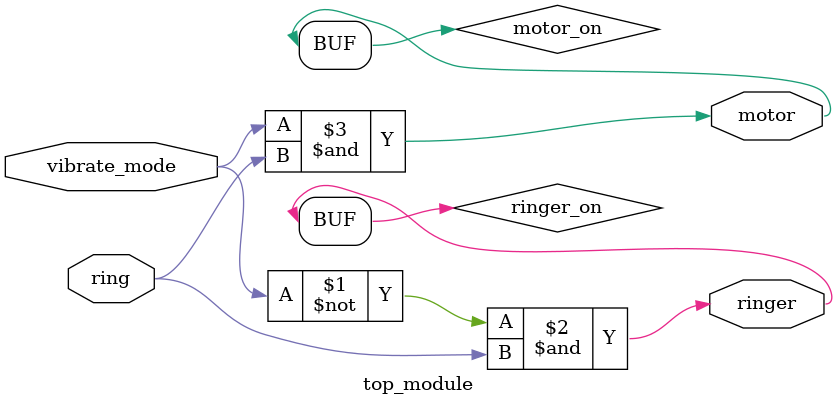
<source format=sv>
module top_module(
	input ring, 
	input vibrate_mode,
	output ringer,
	output motor
);

// Internal signals
wire ringer_on;
wire motor_on;

// Ringer control logic
assign ringer_on = (~vibrate_mode) & ring;
assign ringer = ringer_on;

// Motor control logic
assign motor_on = vibrate_mode & ring;
assign motor = motor_on;

endmodule

</source>
